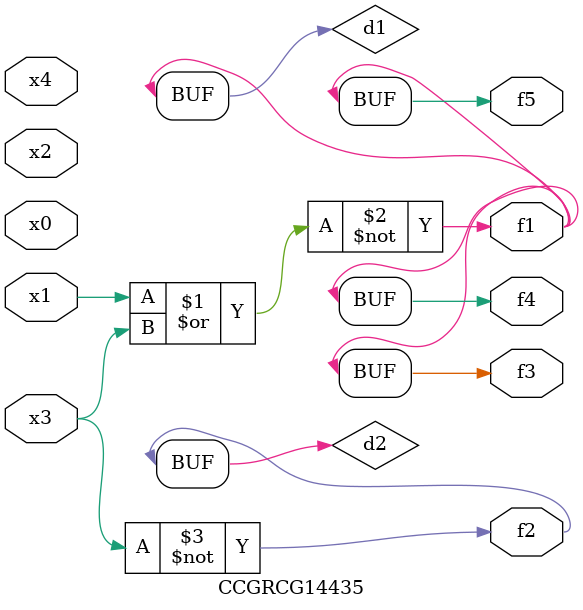
<source format=v>
module CCGRCG14435(
	input x0, x1, x2, x3, x4,
	output f1, f2, f3, f4, f5
);

	wire d1, d2;

	nor (d1, x1, x3);
	not (d2, x3);
	assign f1 = d1;
	assign f2 = d2;
	assign f3 = d1;
	assign f4 = d1;
	assign f5 = d1;
endmodule

</source>
